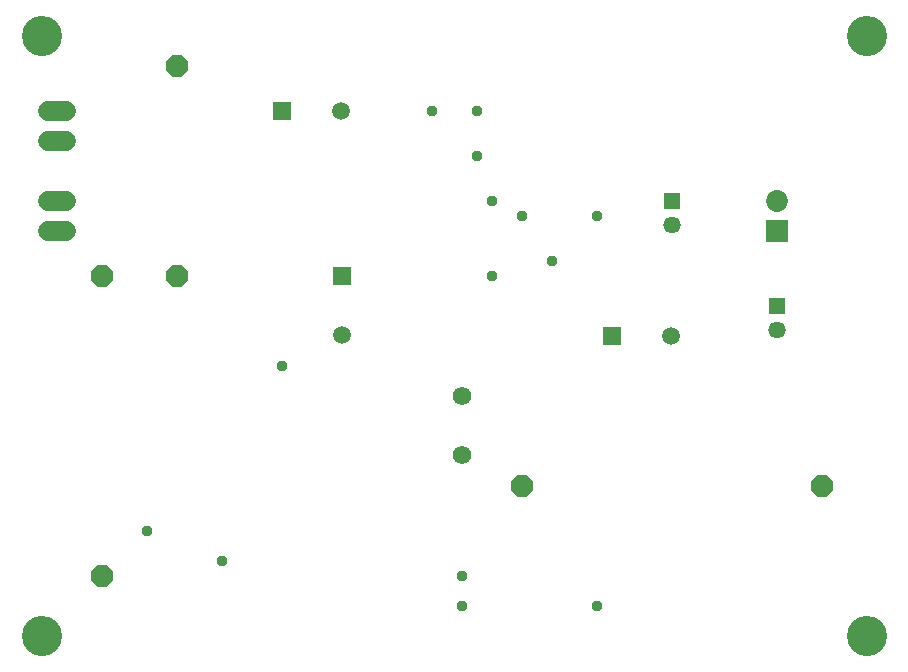
<source format=gbr>
G04 EAGLE Gerber RS-274X export*
G75*
%MOMM*%
%FSLAX34Y34*%
%LPD*%
%INSoldermask Bottom*%
%IPPOS*%
%AMOC8*
5,1,8,0,0,1.08239X$1,22.5*%
G01*
%ADD10C,3.403200*%
%ADD11R,1.511200X1.511200*%
%ADD12C,1.511200*%
%ADD13R,1.461200X1.461200*%
%ADD14C,1.461200*%
%ADD15R,1.853200X1.853200*%
%ADD16C,1.853200*%
%ADD17C,1.561200*%
%ADD18P,1.951982X8X22.500000*%
%ADD19C,1.711200*%
%ADD20C,0.959600*%


D10*
X76200Y673100D03*
X76200Y165100D03*
X774700Y165100D03*
X774700Y673100D03*
D11*
X279400Y609600D03*
D12*
X329400Y609600D03*
D11*
X330200Y469900D03*
D12*
X330200Y419900D03*
D11*
X558800Y419100D03*
D12*
X608800Y419100D03*
D13*
X698500Y444500D03*
D14*
X698500Y424500D03*
D13*
X609600Y533400D03*
D14*
X609600Y513400D03*
D15*
X698500Y508000D03*
D16*
X698500Y533400D03*
D17*
X431800Y367900D03*
X431800Y317900D03*
D18*
X127000Y469900D03*
X736600Y292100D03*
X127000Y215900D03*
X482600Y292100D03*
X190500Y469900D03*
X190500Y647700D03*
D19*
X96440Y508000D02*
X81360Y508000D01*
X81360Y533400D02*
X96440Y533400D01*
X96440Y584200D02*
X81360Y584200D01*
X81360Y609600D02*
X96440Y609600D01*
D20*
X165100Y254000D03*
X279400Y393700D03*
X482600Y520700D03*
X406400Y609600D03*
X508000Y482600D03*
X546100Y520700D03*
X444500Y609600D03*
X444500Y571500D03*
X457200Y533400D03*
X457200Y469900D03*
X228600Y228600D03*
X431800Y190500D03*
X431800Y215900D03*
X546100Y190500D03*
M02*

</source>
